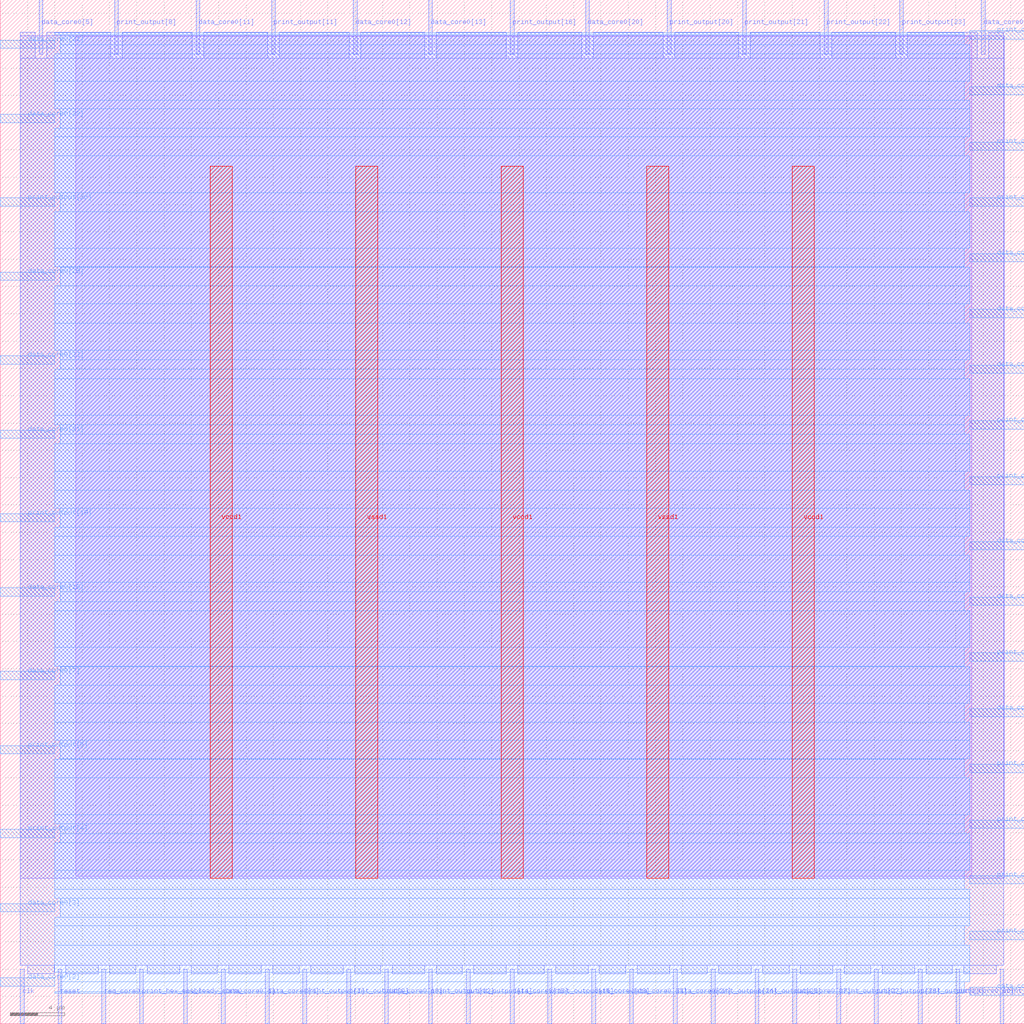
<source format=lef>
VERSION 5.7 ;
  NOWIREEXTENSIONATPIN ON ;
  DIVIDERCHAR "/" ;
  BUSBITCHARS "[]" ;
MACRO io_output_arbiter
  CLASS BLOCK ;
  FOREIGN io_output_arbiter ;
  ORIGIN 0.000 0.000 ;
  SIZE 75.000 BY 75.000 ;
  PIN clk
    DIRECTION INPUT ;
    USE SIGNAL ;
    PORT
      LAYER met2 ;
        RECT 1.470 0.000 1.750 4.000 ;
    END
  END clk
  PIN data_core0[0]
    DIRECTION INPUT ;
    USE SIGNAL ;
    PORT
      LAYER met3 ;
        RECT 71.000 2.080 75.000 2.680 ;
    END
  END data_core0[0]
  PIN data_core0[10]
    DIRECTION INPUT ;
    USE SIGNAL ;
    PORT
      LAYER met2 ;
        RECT 28.150 0.000 28.430 4.000 ;
    END
  END data_core0[10]
  PIN data_core0[11]
    DIRECTION INPUT ;
    USE SIGNAL ;
    PORT
      LAYER met2 ;
        RECT 14.350 71.000 14.630 75.000 ;
    END
  END data_core0[11]
  PIN data_core0[12]
    DIRECTION INPUT ;
    USE SIGNAL ;
    PORT
      LAYER met2 ;
        RECT 25.850 71.000 26.130 75.000 ;
    END
  END data_core0[12]
  PIN data_core0[13]
    DIRECTION INPUT ;
    USE SIGNAL ;
    PORT
      LAYER met2 ;
        RECT 31.370 71.000 31.650 75.000 ;
    END
  END data_core0[13]
  PIN data_core0[14]
    DIRECTION INPUT ;
    USE SIGNAL ;
    PORT
      LAYER met3 ;
        RECT 71.000 47.640 75.000 48.240 ;
    END
  END data_core0[14]
  PIN data_core0[15]
    DIRECTION INPUT ;
    USE SIGNAL ;
    PORT
      LAYER met2 ;
        RECT 37.350 0.000 37.630 4.000 ;
    END
  END data_core0[15]
  PIN data_core0[16]
    DIRECTION INPUT ;
    USE SIGNAL ;
    PORT
      LAYER met3 ;
        RECT 71.000 51.720 75.000 52.320 ;
    END
  END data_core0[16]
  PIN data_core0[17]
    DIRECTION INPUT ;
    USE SIGNAL ;
    PORT
      LAYER met3 ;
        RECT 71.000 55.800 75.000 56.400 ;
    END
  END data_core0[17]
  PIN data_core0[18]
    DIRECTION INPUT ;
    USE SIGNAL ;
    PORT
      LAYER met2 ;
        RECT 43.330 0.000 43.610 4.000 ;
    END
  END data_core0[18]
  PIN data_core0[19]
    DIRECTION INPUT ;
    USE SIGNAL ;
    PORT
      LAYER met3 ;
        RECT 0.000 31.320 4.000 31.920 ;
    END
  END data_core0[19]
  PIN data_core0[1]
    DIRECTION INPUT ;
    USE SIGNAL ;
    PORT
      LAYER met2 ;
        RECT 16.190 0.000 16.470 4.000 ;
    END
  END data_core0[1]
  PIN data_core0[20]
    DIRECTION INPUT ;
    USE SIGNAL ;
    PORT
      LAYER met2 ;
        RECT 42.870 71.000 43.150 75.000 ;
    END
  END data_core0[20]
  PIN data_core0[21]
    DIRECTION INPUT ;
    USE SIGNAL ;
    PORT
      LAYER met3 ;
        RECT 0.000 42.880 4.000 43.480 ;
    END
  END data_core0[21]
  PIN data_core0[22]
    DIRECTION INPUT ;
    USE SIGNAL ;
    PORT
      LAYER met3 ;
        RECT 0.000 48.320 4.000 48.920 ;
    END
  END data_core0[22]
  PIN data_core0[23]
    DIRECTION INPUT ;
    USE SIGNAL ;
    PORT
      LAYER met2 ;
        RECT 46.090 0.000 46.370 4.000 ;
    END
  END data_core0[23]
  PIN data_core0[24]
    DIRECTION INPUT ;
    USE SIGNAL ;
    PORT
      LAYER met2 ;
        RECT 49.310 0.000 49.590 4.000 ;
    END
  END data_core0[24]
  PIN data_core0[25]
    DIRECTION INPUT ;
    USE SIGNAL ;
    PORT
      LAYER met3 ;
        RECT 0.000 54.440 4.000 55.040 ;
    END
  END data_core0[25]
  PIN data_core0[26]
    DIRECTION INPUT ;
    USE SIGNAL ;
    PORT
      LAYER met2 ;
        RECT 71.850 71.000 72.130 75.000 ;
    END
  END data_core0[26]
  PIN data_core0[27]
    DIRECTION INPUT ;
    USE SIGNAL ;
    PORT
      LAYER met2 ;
        RECT 58.050 0.000 58.330 4.000 ;
    END
  END data_core0[27]
  PIN data_core0[28]
    DIRECTION INPUT ;
    USE SIGNAL ;
    PORT
      LAYER met3 ;
        RECT 71.000 68.040 75.000 68.640 ;
    END
  END data_core0[28]
  PIN data_core0[29]
    DIRECTION INPUT ;
    USE SIGNAL ;
    PORT
      LAYER met3 ;
        RECT 0.000 66.000 4.000 66.600 ;
    END
  END data_core0[29]
  PIN data_core0[2]
    DIRECTION INPUT ;
    USE SIGNAL ;
    PORT
      LAYER met3 ;
        RECT 0.000 2.760 4.000 3.360 ;
    END
  END data_core0[2]
  PIN data_core0[30]
    DIRECTION INPUT ;
    USE SIGNAL ;
    PORT
      LAYER met2 ;
        RECT 70.010 0.000 70.290 4.000 ;
    END
  END data_core0[30]
  PIN data_core0[31]
    DIRECTION INPUT ;
    USE SIGNAL ;
    PORT
      LAYER met3 ;
        RECT 0.000 71.440 4.000 72.040 ;
    END
  END data_core0[31]
  PIN data_core0[3]
    DIRECTION INPUT ;
    USE SIGNAL ;
    PORT
      LAYER met3 ;
        RECT 0.000 8.200 4.000 8.800 ;
    END
  END data_core0[3]
  PIN data_core0[4]
    DIRECTION INPUT ;
    USE SIGNAL ;
    PORT
      LAYER met2 ;
        RECT 19.410 0.000 19.690 4.000 ;
    END
  END data_core0[4]
  PIN data_core0[5]
    DIRECTION INPUT ;
    USE SIGNAL ;
    PORT
      LAYER met2 ;
        RECT 2.850 71.000 3.130 75.000 ;
    END
  END data_core0[5]
  PIN data_core0[6]
    DIRECTION INPUT ;
    USE SIGNAL ;
    PORT
      LAYER met3 ;
        RECT 71.000 22.480 75.000 23.080 ;
    END
  END data_core0[6]
  PIN data_core0[7]
    DIRECTION INPUT ;
    USE SIGNAL ;
    PORT
      LAYER met3 ;
        RECT 0.000 25.200 4.000 25.800 ;
    END
  END data_core0[7]
  PIN data_core0[8]
    DIRECTION INPUT ;
    USE SIGNAL ;
    PORT
      LAYER met3 ;
        RECT 71.000 30.640 75.000 31.240 ;
    END
  END data_core0[8]
  PIN data_core0[9]
    DIRECTION INPUT ;
    USE SIGNAL ;
    PORT
      LAYER met3 ;
        RECT 71.000 34.720 75.000 35.320 ;
    END
  END data_core0[9]
  PIN is_ready_core0
    DIRECTION OUTPUT TRISTATE ;
    USE SIGNAL ;
    PORT
      LAYER met2 ;
        RECT 13.430 0.000 13.710 4.000 ;
    END
  END is_ready_core0
  PIN print_hex_enable
    DIRECTION OUTPUT TRISTATE ;
    USE SIGNAL ;
    PORT
      LAYER met2 ;
        RECT 10.210 0.000 10.490 4.000 ;
    END
  END print_hex_enable
  PIN print_output[0]
    DIRECTION OUTPUT TRISTATE ;
    USE SIGNAL ;
    PORT
      LAYER met3 ;
        RECT 71.000 6.160 75.000 6.760 ;
    END
  END print_output[0]
  PIN print_output[10]
    DIRECTION OUTPUT TRISTATE ;
    USE SIGNAL ;
    PORT
      LAYER met3 ;
        RECT 71.000 39.480 75.000 40.080 ;
    END
  END print_output[10]
  PIN print_output[11]
    DIRECTION OUTPUT TRISTATE ;
    USE SIGNAL ;
    PORT
      LAYER met2 ;
        RECT 19.870 71.000 20.150 75.000 ;
    END
  END print_output[11]
  PIN print_output[12]
    DIRECTION OUTPUT TRISTATE ;
    USE SIGNAL ;
    PORT
      LAYER met2 ;
        RECT 31.370 0.000 31.650 4.000 ;
    END
  END print_output[12]
  PIN print_output[13]
    DIRECTION OUTPUT TRISTATE ;
    USE SIGNAL ;
    PORT
      LAYER met3 ;
        RECT 71.000 43.560 75.000 44.160 ;
    END
  END print_output[13]
  PIN print_output[14]
    DIRECTION OUTPUT TRISTATE ;
    USE SIGNAL ;
    PORT
      LAYER met2 ;
        RECT 34.130 0.000 34.410 4.000 ;
    END
  END print_output[14]
  PIN print_output[15]
    DIRECTION OUTPUT TRISTATE ;
    USE SIGNAL ;
    PORT
      LAYER met2 ;
        RECT 40.110 0.000 40.390 4.000 ;
    END
  END print_output[15]
  PIN print_output[16]
    DIRECTION OUTPUT TRISTATE ;
    USE SIGNAL ;
    PORT
      LAYER met2 ;
        RECT 37.350 71.000 37.630 75.000 ;
    END
  END print_output[16]
  PIN print_output[17]
    DIRECTION OUTPUT TRISTATE ;
    USE SIGNAL ;
    PORT
      LAYER met3 ;
        RECT 71.000 59.880 75.000 60.480 ;
    END
  END print_output[17]
  PIN print_output[18]
    DIRECTION OUTPUT TRISTATE ;
    USE SIGNAL ;
    PORT
      LAYER met3 ;
        RECT 71.000 63.960 75.000 64.560 ;
    END
  END print_output[18]
  PIN print_output[19]
    DIRECTION OUTPUT TRISTATE ;
    USE SIGNAL ;
    PORT
      LAYER met3 ;
        RECT 0.000 36.760 4.000 37.360 ;
    END
  END print_output[19]
  PIN print_output[1]
    DIRECTION OUTPUT TRISTATE ;
    USE SIGNAL ;
    PORT
      LAYER met3 ;
        RECT 71.000 10.240 75.000 10.840 ;
    END
  END print_output[1]
  PIN print_output[20]
    DIRECTION OUTPUT TRISTATE ;
    USE SIGNAL ;
    PORT
      LAYER met2 ;
        RECT 48.850 71.000 49.130 75.000 ;
    END
  END print_output[20]
  PIN print_output[21]
    DIRECTION OUTPUT TRISTATE ;
    USE SIGNAL ;
    PORT
      LAYER met2 ;
        RECT 54.370 71.000 54.650 75.000 ;
    END
  END print_output[21]
  PIN print_output[22]
    DIRECTION OUTPUT TRISTATE ;
    USE SIGNAL ;
    PORT
      LAYER met2 ;
        RECT 60.350 71.000 60.630 75.000 ;
    END
  END print_output[22]
  PIN print_output[23]
    DIRECTION OUTPUT TRISTATE ;
    USE SIGNAL ;
    PORT
      LAYER met2 ;
        RECT 65.870 71.000 66.150 75.000 ;
    END
  END print_output[23]
  PIN print_output[24]
    DIRECTION OUTPUT TRISTATE ;
    USE SIGNAL ;
    PORT
      LAYER met2 ;
        RECT 52.070 0.000 52.350 4.000 ;
    END
  END print_output[24]
  PIN print_output[25]
    DIRECTION OUTPUT TRISTATE ;
    USE SIGNAL ;
    PORT
      LAYER met2 ;
        RECT 55.290 0.000 55.570 4.000 ;
    END
  END print_output[25]
  PIN print_output[26]
    DIRECTION OUTPUT TRISTATE ;
    USE SIGNAL ;
    PORT
      LAYER met3 ;
        RECT 0.000 59.880 4.000 60.480 ;
    END
  END print_output[26]
  PIN print_output[27]
    DIRECTION OUTPUT TRISTATE ;
    USE SIGNAL ;
    PORT
      LAYER met2 ;
        RECT 61.270 0.000 61.550 4.000 ;
    END
  END print_output[27]
  PIN print_output[28]
    DIRECTION OUTPUT TRISTATE ;
    USE SIGNAL ;
    PORT
      LAYER met2 ;
        RECT 64.030 0.000 64.310 4.000 ;
    END
  END print_output[28]
  PIN print_output[29]
    DIRECTION OUTPUT TRISTATE ;
    USE SIGNAL ;
    PORT
      LAYER met2 ;
        RECT 67.250 0.000 67.530 4.000 ;
    END
  END print_output[29]
  PIN print_output[2]
    DIRECTION OUTPUT TRISTATE ;
    USE SIGNAL ;
    PORT
      LAYER met3 ;
        RECT 71.000 14.320 75.000 14.920 ;
    END
  END print_output[2]
  PIN print_output[30]
    DIRECTION OUTPUT TRISTATE ;
    USE SIGNAL ;
    PORT
      LAYER met2 ;
        RECT 73.230 0.000 73.510 4.000 ;
    END
  END print_output[30]
  PIN print_output[31]
    DIRECTION OUTPUT TRISTATE ;
    USE SIGNAL ;
    PORT
      LAYER met3 ;
        RECT 71.000 72.120 75.000 72.720 ;
    END
  END print_output[31]
  PIN print_output[3]
    DIRECTION OUTPUT TRISTATE ;
    USE SIGNAL ;
    PORT
      LAYER met3 ;
        RECT 71.000 18.400 75.000 19.000 ;
    END
  END print_output[3]
  PIN print_output[4]
    DIRECTION OUTPUT TRISTATE ;
    USE SIGNAL ;
    PORT
      LAYER met3 ;
        RECT 0.000 13.640 4.000 14.240 ;
    END
  END print_output[4]
  PIN print_output[5]
    DIRECTION OUTPUT TRISTATE ;
    USE SIGNAL ;
    PORT
      LAYER met3 ;
        RECT 0.000 19.760 4.000 20.360 ;
    END
  END print_output[5]
  PIN print_output[6]
    DIRECTION OUTPUT TRISTATE ;
    USE SIGNAL ;
    PORT
      LAYER met3 ;
        RECT 71.000 26.560 75.000 27.160 ;
    END
  END print_output[6]
  PIN print_output[7]
    DIRECTION OUTPUT TRISTATE ;
    USE SIGNAL ;
    PORT
      LAYER met2 ;
        RECT 22.170 0.000 22.450 4.000 ;
    END
  END print_output[7]
  PIN print_output[8]
    DIRECTION OUTPUT TRISTATE ;
    USE SIGNAL ;
    PORT
      LAYER met2 ;
        RECT 8.370 71.000 8.650 75.000 ;
    END
  END print_output[8]
  PIN print_output[9]
    DIRECTION OUTPUT TRISTATE ;
    USE SIGNAL ;
    PORT
      LAYER met2 ;
        RECT 25.390 0.000 25.670 4.000 ;
    END
  END print_output[9]
  PIN req_core0
    DIRECTION INPUT ;
    USE SIGNAL ;
    PORT
      LAYER met2 ;
        RECT 7.450 0.000 7.730 4.000 ;
    END
  END req_core0
  PIN reset
    DIRECTION INPUT ;
    USE SIGNAL ;
    PORT
      LAYER met2 ;
        RECT 4.230 0.000 4.510 4.000 ;
    END
  END reset
  PIN vccd1
    DIRECTION INPUT ;
    USE POWER ;
    PORT
      LAYER met4 ;
        RECT 15.380 10.640 16.980 62.800 ;
    END
    PORT
      LAYER met4 ;
        RECT 36.700 10.640 38.300 62.800 ;
    END
    PORT
      LAYER met4 ;
        RECT 58.020 10.640 59.620 62.800 ;
    END
  END vccd1
  PIN vssd1
    DIRECTION INPUT ;
    USE GROUND ;
    PORT
      LAYER met4 ;
        RECT 26.040 10.640 27.640 62.800 ;
    END
    PORT
      LAYER met4 ;
        RECT 47.360 10.640 48.960 62.800 ;
    END
  END vssd1
  OBS
      LAYER li1 ;
        RECT 5.520 10.795 71.155 72.335 ;
      LAYER met1 ;
        RECT 1.450 10.640 73.530 72.380 ;
      LAYER met2 ;
        RECT 1.480 70.720 2.570 72.605 ;
        RECT 3.410 70.720 8.090 72.605 ;
        RECT 8.930 70.720 14.070 72.605 ;
        RECT 14.910 70.720 19.590 72.605 ;
        RECT 20.430 70.720 25.570 72.605 ;
        RECT 26.410 70.720 31.090 72.605 ;
        RECT 31.930 70.720 37.070 72.605 ;
        RECT 37.910 70.720 42.590 72.605 ;
        RECT 43.430 70.720 48.570 72.605 ;
        RECT 49.410 70.720 54.090 72.605 ;
        RECT 54.930 70.720 60.070 72.605 ;
        RECT 60.910 70.720 65.590 72.605 ;
        RECT 66.430 70.720 71.570 72.605 ;
        RECT 72.410 70.720 73.500 72.605 ;
        RECT 1.480 4.280 73.500 70.720 ;
        RECT 2.030 3.670 3.950 4.280 ;
        RECT 4.790 3.670 7.170 4.280 ;
        RECT 8.010 3.670 9.930 4.280 ;
        RECT 10.770 3.670 13.150 4.280 ;
        RECT 13.990 3.670 15.910 4.280 ;
        RECT 16.750 3.670 19.130 4.280 ;
        RECT 19.970 3.670 21.890 4.280 ;
        RECT 22.730 3.670 25.110 4.280 ;
        RECT 25.950 3.670 27.870 4.280 ;
        RECT 28.710 3.670 31.090 4.280 ;
        RECT 31.930 3.670 33.850 4.280 ;
        RECT 34.690 3.670 37.070 4.280 ;
        RECT 37.910 3.670 39.830 4.280 ;
        RECT 40.670 3.670 43.050 4.280 ;
        RECT 43.890 3.670 45.810 4.280 ;
        RECT 46.650 3.670 49.030 4.280 ;
        RECT 49.870 3.670 51.790 4.280 ;
        RECT 52.630 3.670 55.010 4.280 ;
        RECT 55.850 3.670 57.770 4.280 ;
        RECT 58.610 3.670 60.990 4.280 ;
        RECT 61.830 3.670 63.750 4.280 ;
        RECT 64.590 3.670 66.970 4.280 ;
        RECT 67.810 3.670 69.730 4.280 ;
        RECT 70.570 3.670 72.950 4.280 ;
      LAYER met3 ;
        RECT 4.000 72.440 70.600 72.585 ;
        RECT 4.400 71.720 70.600 72.440 ;
        RECT 4.400 71.040 71.000 71.720 ;
        RECT 4.000 69.040 71.000 71.040 ;
        RECT 4.000 67.640 70.600 69.040 ;
        RECT 4.000 67.000 71.000 67.640 ;
        RECT 4.400 65.600 71.000 67.000 ;
        RECT 4.000 64.960 71.000 65.600 ;
        RECT 4.000 63.560 70.600 64.960 ;
        RECT 4.000 60.880 71.000 63.560 ;
        RECT 4.400 59.480 70.600 60.880 ;
        RECT 4.000 56.800 71.000 59.480 ;
        RECT 4.000 55.440 70.600 56.800 ;
        RECT 4.400 55.400 70.600 55.440 ;
        RECT 4.400 54.040 71.000 55.400 ;
        RECT 4.000 52.720 71.000 54.040 ;
        RECT 4.000 51.320 70.600 52.720 ;
        RECT 4.000 49.320 71.000 51.320 ;
        RECT 4.400 48.640 71.000 49.320 ;
        RECT 4.400 47.920 70.600 48.640 ;
        RECT 4.000 47.240 70.600 47.920 ;
        RECT 4.000 44.560 71.000 47.240 ;
        RECT 4.000 43.880 70.600 44.560 ;
        RECT 4.400 43.160 70.600 43.880 ;
        RECT 4.400 42.480 71.000 43.160 ;
        RECT 4.000 40.480 71.000 42.480 ;
        RECT 4.000 39.080 70.600 40.480 ;
        RECT 4.000 37.760 71.000 39.080 ;
        RECT 4.400 36.360 71.000 37.760 ;
        RECT 4.000 35.720 71.000 36.360 ;
        RECT 4.000 34.320 70.600 35.720 ;
        RECT 4.000 32.320 71.000 34.320 ;
        RECT 4.400 31.640 71.000 32.320 ;
        RECT 4.400 30.920 70.600 31.640 ;
        RECT 4.000 30.240 70.600 30.920 ;
        RECT 4.000 27.560 71.000 30.240 ;
        RECT 4.000 26.200 70.600 27.560 ;
        RECT 4.400 26.160 70.600 26.200 ;
        RECT 4.400 24.800 71.000 26.160 ;
        RECT 4.000 23.480 71.000 24.800 ;
        RECT 4.000 22.080 70.600 23.480 ;
        RECT 4.000 20.760 71.000 22.080 ;
        RECT 4.400 19.400 71.000 20.760 ;
        RECT 4.400 19.360 70.600 19.400 ;
        RECT 4.000 18.000 70.600 19.360 ;
        RECT 4.000 15.320 71.000 18.000 ;
        RECT 4.000 14.640 70.600 15.320 ;
        RECT 4.400 13.920 70.600 14.640 ;
        RECT 4.400 13.240 71.000 13.920 ;
        RECT 4.000 11.240 71.000 13.240 ;
        RECT 4.000 9.840 70.600 11.240 ;
        RECT 4.000 9.200 71.000 9.840 ;
        RECT 4.400 7.800 71.000 9.200 ;
        RECT 4.000 7.160 71.000 7.800 ;
        RECT 4.000 5.760 70.600 7.160 ;
        RECT 4.000 3.760 71.000 5.760 ;
        RECT 4.400 3.080 71.000 3.760 ;
        RECT 4.400 2.360 70.600 3.080 ;
        RECT 4.000 2.230 70.600 2.360 ;
  END
END io_output_arbiter
END LIBRARY


</source>
